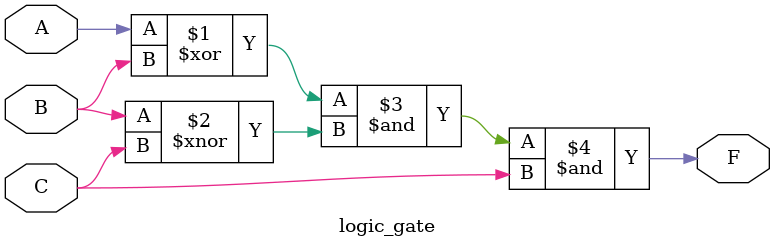
<source format=v>
/*This program is a set of logic gates
 to implement a specific function
 and the output is equal to 1 when A=0 B=1, C=1*/
 //------------------------------------
module logic_gate(A,B,C,F);
input A,B,C;
output F; 
assign F = ((A ^ B) & (B ~^ C) & (C) );
endmodule
</source>
